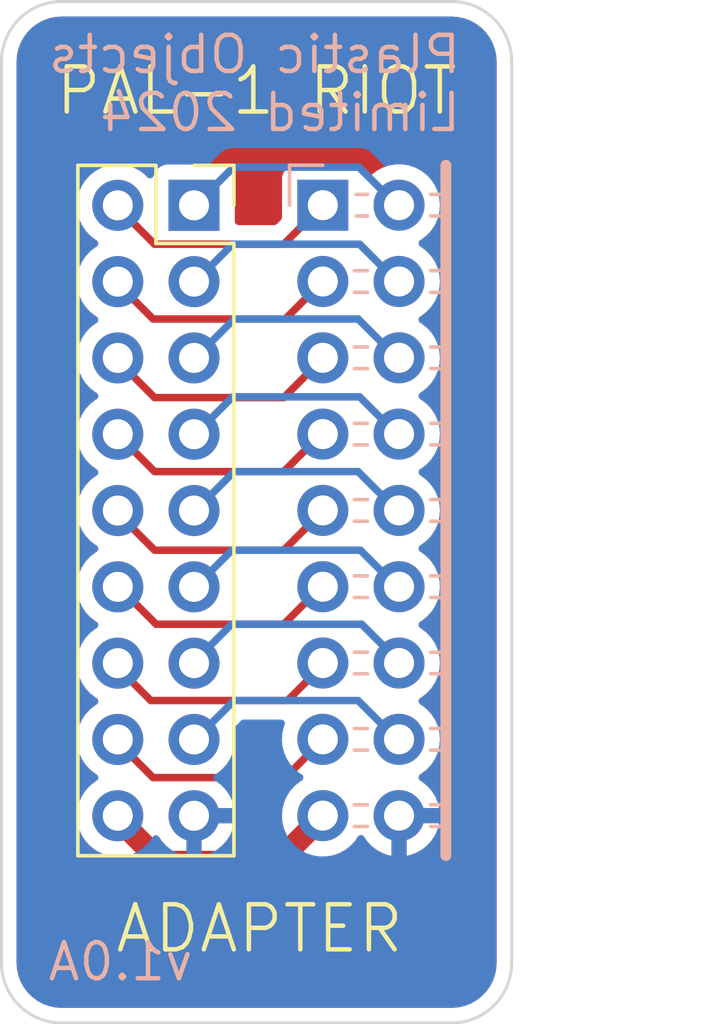
<source format=kicad_pcb>
(kicad_pcb (version 20221018) (generator pcbnew)
  (layers (0 "F.Cu" signal) (31 "B.Cu" signal) (34 "B.Paste" user) (35 "F.Paste" user) (36 "B.SilkS" user "B.Silkscreen") (37 "F.SilkS" user "F.Silkscreen") (38 "B.Mask" user) (39 "F.Mask" user) (44 "Edge.Cuts" user))
  (net 0 "")
  (net 1 "/GND")
  (net 2 "/VCC")
  (net 3 "/PA0")
  (net 4 "/PB0")
  (net 5 "/PA1")
  (net 6 "/PB1")
  (net 7 "/PA2")
  (net 8 "/PB2")
  (net 9 "/PA3")
  (net 10 "/PB3")
  (net 11 "/PA4")
  (net 12 "/PB4")
  (net 13 "/PA5")
  (net 14 "/PB5")
  (net 15 "/PA6")
  (net 16 "/PB6")
  (net 17 "/PA7")
  (net 18 "/PB7")
  (footprint "Connector_PinSocket_2.54mm:PinSocket_2x09_P2.54mm_Vertical" (layer "F.Cu") (at 118.4148 76.7842)
    (fp_text reference "J2" hide)
    (fp_text value "Conn_Adapter_B" hide)
    (fp_line (start -3.87 -1.33) (end -3.87 21.65) (stroke (width 0.12)) (layer "F.SilkS"))
    (fp_line (start -3.87 -1.33) (end -1.27 -1.33) (stroke (width 0.12)) (layer "F.SilkS"))
    (fp_line (start -3.87 21.65) (end 1.33 21.65) (stroke (width 0.12)) (layer "F.SilkS"))
    (fp_line (start -1.27 -1.33) (end -1.27 1.27) (stroke (width 0.12)) (layer "F.SilkS"))
    (fp_line (start -1.27 1.27) (end 1.33 1.27) (stroke (width 0.12)) (layer "F.SilkS"))
    (fp_line (start 0 -1.33) (end 1.33 -1.33) (stroke (width 0.12)) (layer "F.SilkS"))
    (fp_line (start 1.33 -1.33) (end 1.33 0) (stroke (width 0.12)) (layer "F.SilkS"))
    (fp_line (start 1.33 1.27) (end 1.33 21.65) (stroke (width 0.12)) (layer "F.SilkS"))
    (pad "1" thru_hole rect (at 0 0) (size 1.7 1.7) (drill 1) (layers "*.Cu" "*.Mask") (net 17 "/PA7"))
    (pad "2" thru_hole oval (at -2.54 0) (size 1.7 1.7) (drill 1) (layers "*.Cu" "*.Mask") (net 18 "/PB7"))
    (pad "3" thru_hole oval (at 0 2.54) (size 1.7 1.7) (drill 1) (layers "*.Cu" "*.Mask") (net 15 "/PA6"))
    (pad "4" thru_hole oval (at -2.54 2.54) (size 1.7 1.7) (drill 1) (layers "*.Cu" "*.Mask") (net 16 "/PB6"))
    (pad "5" thru_hole oval (at 0 5.08) (size 1.7 1.7) (drill 1) (layers "*.Cu" "*.Mask") (net 13 "/PA5"))
    (pad "6" thru_hole oval (at -2.54 5.08) (size 1.7 1.7) (drill 1) (layers "*.Cu" "*.Mask") (net 14 "/PB5"))
    (pad "7" thru_hole oval (at 0 7.62) (size 1.7 1.7) (drill 1) (layers "*.Cu" "*.Mask") (net 11 "/PA4"))
    (pad "8" thru_hole oval (at -2.54 7.62) (size 1.7 1.7) (drill 1) (layers "*.Cu" "*.Mask") (net 12 "/PB4"))
    (pad "9" thru_hole oval (at 0 10.16) (size 1.7 1.7) (drill 1) (layers "*.Cu" "*.Mask") (net 9 "/PA3"))
    (pad "10" thru_hole oval (at -2.54 10.16) (size 1.7 1.7) (drill 1) (layers "*.Cu" "*.Mask") (net 10 "/PB3"))
    (pad "11" thru_hole oval (at 0 12.7) (size 1.7 1.7) (drill 1) (layers "*.Cu" "*.Mask") (net 7 "/PA2"))
    (pad "12" thru_hole oval (at -2.54 12.7) (size 1.7 1.7) (drill 1) (layers "*.Cu" "*.Mask") (net 8 "/PB2"))
    (pad "13" thru_hole oval (at 0 15.24) (size 1.7 1.7) (drill 1) (layers "*.Cu" "*.Mask") (net 5 "/PA1"))
    (pad "14" thru_hole oval (at -2.54 15.24) (size 1.7 1.7) (drill 1) (layers "*.Cu" "*.Mask") (net 6 "/PB1"))
    (pad "15" thru_hole oval (at 0 17.78) (size 1.7 1.7) (drill 1) (layers "*.Cu" "*.Mask") (net 3 "/PA0"))
    (pad "16" thru_hole oval (at -2.54 17.78) (size 1.7 1.7) (drill 1) (layers "*.Cu" "*.Mask") (net 4 "/PB0"))
    (pad "17" thru_hole oval (at 0 20.32) (size 1.7 1.7) (drill 1) (layers "*.Cu" "*.Mask") (net 1 "/GND"))
    (pad "18" thru_hole oval (at -2.54 20.32) (size 1.7 1.7) (drill 1) (layers "*.Cu" "*.Mask") (net 2 "/VCC"))
  )
  (footprint "Connector_PinSocket_2.54mm:PinSocket_2x09_P2.54mm_Horizontal" (layer "B.Cu") (at 122.7074 76.78 180)
    (fp_text reference "J1" hide)
    (fp_text value "Conn_Adapter_A")
    (fp_line (start -4.1 1.33) (end -4.1 -21.65) (stroke (width 0.36)) (layer "B.SilkS"))
    (fp_line (start -4 -20.68) (end -3.59 -20.68) (stroke (width 0.12)) (layer "B.SilkS"))
    (fp_line (start -4 -19.96) (end -3.59 -19.96) (stroke (width 0.12)) (layer "B.SilkS"))
    (fp_line (start -4 -18.14) (end -3.59 -18.14) (stroke (width 0.12)) (layer "B.SilkS"))
    (fp_line (start -4 -17.42) (end -3.59 -17.42) (stroke (width 0.12)) (layer "B.SilkS"))
    (fp_line (start -4 -15.6) (end -3.59 -15.6) (stroke (width 0.12)) (layer "B.SilkS"))
    (fp_line (start -4 -14.88) (end -3.59 -14.88) (stroke (width 0.12)) (layer "B.SilkS"))
    (fp_line (start -4 -13.06) (end -3.59 -13.06) (stroke (width 0.12)) (layer "B.SilkS"))
    (fp_line (start -4 -12.34) (end -3.59 -12.34) (stroke (width 0.12)) (layer "B.SilkS"))
    (fp_line (start -4 -10.52) (end -3.59 -10.52) (stroke (width 0.12)) (layer "B.SilkS"))
    (fp_line (start -4 -9.8) (end -3.59 -9.8) (stroke (width 0.12)) (layer "B.SilkS"))
    (fp_line (start -4 -7.98) (end -3.59 -7.98) (stroke (width 0.12)) (layer "B.SilkS"))
    (fp_line (start -4 -7.26) (end -3.59 -7.26) (stroke (width 0.12)) (layer "B.SilkS"))
    (fp_line (start -4 -5.44) (end -3.59 -5.44) (stroke (width 0.12)) (layer "B.SilkS"))
    (fp_line (start -4 -4.72) (end -3.59 -4.72) (stroke (width 0.12)) (layer "B.SilkS"))
    (fp_line (start -4 -2.9) (end -3.59 -2.9) (stroke (width 0.12)) (layer "B.SilkS"))
    (fp_line (start -4 -2.18) (end -3.59 -2.18) (stroke (width 0.12)) (layer "B.SilkS"))
    (fp_line (start -4 -0.36) (end -3.59 -0.36) (stroke (width 0.12)) (layer "B.SilkS"))
    (fp_line (start -4 0.36) (end -3.59 0.36) (stroke (width 0.12)) (layer "B.SilkS"))
    (fp_line (start -1.49 -20.68) (end -1.05 -20.68) (stroke (width 0.12)) (layer "B.SilkS"))
    (fp_line (start -1.49 -19.96) (end -1.05 -19.96) (stroke (width 0.12)) (layer "B.SilkS"))
    (fp_line (start -1.49 -18.14) (end -1.05 -18.14) (stroke (width 0.12)) (layer "B.SilkS"))
    (fp_line (start -1.49 -17.42) (end -1.05 -17.42) (stroke (width 0.12)) (layer "B.SilkS"))
    (fp_line (start -1.49 -15.6) (end -1.05 -15.6) (stroke (width 0.12)) (layer "B.SilkS"))
    (fp_line (start -1.49 -14.88) (end -1.05 -14.88) (stroke (width 0.12)) (layer "B.SilkS"))
    (fp_line (start -1.49 -13.06) (end -1.05 -13.06) (stroke (width 0.12)) (layer "B.SilkS"))
    (fp_line (start -1.49 -12.34) (end -1.05 -12.34) (stroke (width 0.12)) (layer "B.SilkS"))
    (fp_line (start -1.49 -10.52) (end -1.05 -10.52) (stroke (width 0.12)) (layer "B.SilkS"))
    (fp_line (start -1.49 -9.8) (end -1.05 -9.8) (stroke (width 0.12)) (layer "B.SilkS"))
    (fp_line (start -1.49 -7.98) (end -1.05 -7.98) (stroke (width 0.12)) (layer "B.SilkS"))
    (fp_line (start -1.49 -7.26) (end -1.05 -7.26) (stroke (width 0.12)) (layer "B.SilkS"))
    (fp_line (start -1.49 -5.44) (end -1.05 -5.44) (stroke (width 0.12)) (layer "B.SilkS"))
    (fp_line (start -1.49 -4.72) (end -1.05 -4.72) (stroke (width 0.12)) (layer "B.SilkS"))
    (fp_line (start -1.49 -2.9) (end -1.05 -2.9) (stroke (width 0.12)) (layer "B.SilkS"))
    (fp_line (start -1.49 -2.18) (end -1.05 -2.18) (stroke (width 0.12)) (layer "B.SilkS"))
    (fp_line (start -1.49 -0.36) (end -1.11 -0.36) (stroke (width 0.12)) (layer "B.SilkS"))
    (fp_line (start -1.49 0.36) (end -1.11 0.36) (stroke (width 0.12)) (layer "B.SilkS"))
    (fp_line (start 0 1.33) (end 1.11 1.33) (stroke (width 0.12)) (layer "B.SilkS"))
    (fp_line (start 1.11 1.33) (end 1.11 0) (stroke (width 0.12)) (layer "B.SilkS"))
    (pad "1" thru_hole rect (at 0 0 180) (size 1.7 1.7) (drill 1) (layers "*.Cu" "*.Mask") (net 18 "/PB7"))
    (pad "2" thru_hole oval (at -2.54 0 180) (size 1.7 1.7) (drill 1) (layers "*.Cu" "*.Mask") (net 17 "/PA7"))
    (pad "3" thru_hole oval (at 0 -2.54 180) (size 1.7 1.7) (drill 1) (layers "*.Cu" "*.Mask") (net 16 "/PB6"))
    (pad "4" thru_hole oval (at -2.54 -2.54 180) (size 1.7 1.7) (drill 1) (layers "*.Cu" "*.Mask") (net 15 "/PA6"))
    (pad "5" thru_hole oval (at 0 -5.08 180) (size 1.7 1.7) (drill 1) (layers "*.Cu" "*.Mask") (net 14 "/PB5"))
    (pad "6" thru_hole oval (at -2.54 -5.08 180) (size 1.7 1.7) (drill 1) (layers "*.Cu" "*.Mask") (net 13 "/PA5"))
    (pad "7" thru_hole oval (at 0 -7.62 180) (size 1.7 1.7) (drill 1) (layers "*.Cu" "*.Mask") (net 12 "/PB4"))
    (pad "8" thru_hole oval (at -2.54 -7.62 180) (size 1.7 1.7) (drill 1) (layers "*.Cu" "*.Mask") (net 11 "/PA4"))
    (pad "9" thru_hole oval (at 0 -10.16 180) (size 1.7 1.7) (drill 1) (layers "*.Cu" "*.Mask") (net 10 "/PB3"))
    (pad "10" thru_hole oval (at -2.54 -10.16 180) (size 1.7 1.7) (drill 1) (layers "*.Cu" "*.Mask") (net 9 "/PA3"))
    (pad "11" thru_hole oval (at 0 -12.7 180) (size 1.7 1.7) (drill 1) (layers "*.Cu" "*.Mask") (net 8 "/PB2"))
    (pad "12" thru_hole oval (at -2.54 -12.7 180) (size 1.7 1.7) (drill 1) (layers "*.Cu" "*.Mask") (net 7 "/PA2"))
    (pad "13" thru_hole oval (at 0 -15.24 180) (size 1.7 1.7) (drill 1) (layers "*.Cu" "*.Mask") (net 6 "/PB1"))
    (pad "14" thru_hole oval (at -2.54 -15.24 180) (size 1.7 1.7) (drill 1) (layers "*.Cu" "*.Mask") (net 5 "/PA1"))
    (pad "15" thru_hole oval (at 0 -17.78 180) (size 1.7 1.7) (drill 1) (layers "*.Cu" "*.Mask") (net 4 "/PB0"))
    (pad "16" thru_hole oval (at -2.54 -17.78 180) (size 1.7 1.7) (drill 1) (layers "*.Cu" "*.Mask") (net 3 "/PA0"))
    (pad "17" thru_hole oval (at 0 -20.32 180) (size 1.7 1.7) (drill 1) (layers "*.Cu" "*.Mask") (net 2 "/VCC"))
    (pad "18" thru_hole oval (at -2.54 -20.32 180) (size 1.7 1.7) (drill 1) (layers "*.Cu" "*.Mask") (net 1 "/GND"))
  )
  (gr_arc locked (start 129 102) (mid 128.414214 103.414214) (end 127 104) (stroke (width 0.1)) (layer "Edge.Cuts"))
  (gr_arc locked (start 127 70) (mid 128.414214 70.585786) (end 129 72) (stroke (width 0.1)) (layer "Edge.Cuts"))
  (gr_arc locked (start 112 72) (mid 112.585786 70.585786) (end 114 70) (stroke (width 0.1)) (layer "Edge.Cuts"))
  (gr_arc locked (start 114 104) (mid 112.585786 103.414214) (end 112 102) (stroke (width 0.1)) (layer "Edge.Cuts"))
  (gr_line locked (start 114 104) (end 127 104) (stroke (width 0.1)) (layer "Edge.Cuts"))
  (gr_line locked (start 129 72) (end 129 102) (stroke (width 0.1)) (layer "Edge.Cuts"))
  (gr_line locked (start 112 72) (end 112 102) (stroke (width 0.1)) (layer "Edge.Cuts"))
  (gr_line locked (start 114 70) (end 127 70) (stroke (width 0.1)) (layer "Edge.Cuts"))
  (gr_text "Plastic Objects\nLimited 2024" (at 127.381 74.3966) (layer "B.SilkS") (effects (font (size 1.2 1.2)) (justify left bottom mirror)))
  (gr_text "v1.0A" (at 118.466715 102.6668) (layer "B.SilkS") (effects (font (size 1.2 1.2)) (justify left bottom mirror)))
  (gr_text "ADAPTER" (at 120.5992 100.8634) (layer "F.SilkS") (effects (font (size 1.5 1.5))))
  (gr_text "PAL-1 RIOT" (at 120.4976 72.9742) (layer "F.SilkS") (effects (font (size 1.5 1.5))))
  (segment (start 121.183414 98.6459) (end 122.682014 97.1473) (width 0.75) (layer "F.Cu") (net 2))
  (segment (start 117.322614 98.6459) (end 121.183414 98.6459) (width 0.75) (layer "F.Cu") (net 2))
  (segment (start 115.849414 97.1727) (end 117.322614 98.6459) (width 0.75) (layer "F.Cu") (net 2))
  (segment (start 123.883514 93.2688) (end 125.222014 94.6073) (width 0.25) (layer "B.Cu") (net 3))
  (segment (start 119.753314 93.2688) (end 123.883514 93.2688) (width 0.25) (layer "B.Cu") (net 3))
  (segment (start 118.389414 94.6327) (end 119.753314 93.2688) (width 0.25) (layer "B.Cu") (net 3))
  (segment (start 117.050914 95.8342) (end 121.455114 95.8342) (width 0.25) (layer "F.Cu") (net 4))
  (segment (start 121.455114 95.8342) (end 122.682014 94.6073) (width 0.25) (layer "F.Cu") (net 4))
  (segment (start 115.849414 94.6327) (end 117.050914 95.8342) (width 0.25) (layer "F.Cu") (net 4))
  (segment (start 119.6694 90.7288) (end 124.0028 90.7288) (width 0.25) (layer "B.Cu") (net 5))
  (segment (start 124.0028 90.7288) (end 125.2397 91.9657) (width 0.25) (layer "B.Cu") (net 5))
  (segment (start 118.4071 91.9911) (end 119.6694 90.7288) (width 0.25) (layer "B.Cu") (net 5))
  (segment (start 115.8494 92.1435) (end 116.9747 93.2688) (width 0.25) (layer "F.Cu") (net 6))
  (segment (start 116.9747 93.2688) (end 121.5313 93.2688) (width 0.25) (layer "F.Cu") (net 6))
  (segment (start 121.5313 93.2688) (end 122.682 92.1181) (width 0.25) (layer "F.Cu") (net 6))
  (segment (start 118.389414 89.5527) (end 119.677114 88.265) (width 0.25) (layer "B.Cu") (net 7))
  (segment (start 119.677114 88.265) (end 123.959714 88.265) (width 0.25) (layer "B.Cu") (net 7))
  (segment (start 123.959714 88.265) (end 125.222014 89.5273) (width 0.25) (layer "B.Cu") (net 7))
  (segment (start 117.1525 90.7288) (end 121.4043 90.7288) (width 0.25) (layer "F.Cu") (net 8))
  (segment (start 121.4043 90.7288) (end 122.7074 89.4257) (width 0.25) (layer "F.Cu") (net 8))
  (segment (start 115.8748 89.4511) (end 117.1525 90.7288) (width 0.25) (layer "F.Cu") (net 8))
  (segment (start 119.753314 85.6488) (end 123.883514 85.6488) (width 0.25) (layer "B.Cu") (net 9))
  (segment (start 123.883514 85.6488) (end 125.222014 86.9873) (width 0.25) (layer "B.Cu") (net 9))
  (segment (start 118.389414 87.0127) (end 119.753314 85.6488) (width 0.25) (layer "B.Cu") (net 9))
  (segment (start 121.404314 88.265) (end 122.682014 86.9873) (width 0.25) (layer "F.Cu") (net 10))
  (segment (start 115.849414 87.0127) (end 117.101714 88.265) (width 0.25) (layer "F.Cu") (net 10))
  (segment (start 117.101714 88.265) (end 121.404314 88.265) (width 0.25) (layer "F.Cu") (net 10))
  (segment (start 123.934314 83.1596) (end 125.222014 84.4473) (width 0.25) (layer "B.Cu") (net 11))
  (segment (start 118.389414 84.4727) (end 119.702514 83.1596) (width 0.25) (layer "B.Cu") (net 11))
  (segment (start 119.702514 83.1596) (end 123.934314 83.1596) (width 0.25) (layer "B.Cu") (net 11))
  (segment (start 121.404314 85.6488) (end 122.682014 84.3711) (width 0.25) (layer "F.Cu") (net 12))
  (segment (start 117.101714 85.6488) (end 121.404314 85.6488) (width 0.25) (layer "F.Cu") (net 12))
  (segment (start 115.849414 84.3965) (end 117.101714 85.6488) (width 0.25) (layer "F.Cu") (net 12))
  (segment (start 123.883514 80.5688) (end 125.222014 81.9073) (width 0.25) (layer "B.Cu") (net 13))
  (segment (start 118.389414 81.9327) (end 119.753314 80.5688) (width 0.25) (layer "B.Cu") (net 13))
  (segment (start 119.753314 80.5688) (end 123.883514 80.5688) (width 0.25) (layer "B.Cu") (net 13))
  (segment (start 121.404314 83.185) (end 122.682014 81.9073) (width 0.25) (layer "F.Cu") (net 14))
  (segment (start 115.849414 81.9327) (end 117.101714 83.185) (width 0.25) (layer "F.Cu") (net 14))
  (segment (start 117.101714 83.185) (end 121.404314 83.185) (width 0.25) (layer "F.Cu") (net 14))
  (segment (start 123.934314 78.0796) (end 125.222014 79.3673) (width 0.25) (layer "B.Cu") (net 15))
  (segment (start 118.389414 79.3927) (end 119.702514 78.0796) (width 0.25) (layer "B.Cu") (net 15))
  (segment (start 119.702514 78.0796) (end 123.934314 78.0796) (width 0.25) (layer "B.Cu") (net 15))
  (segment (start 121.4551 80.5688) (end 122.682 79.3419) (width 0.25) (layer "F.Cu") (net 16))
  (segment (start 117.0509 80.5688) (end 121.4551 80.5688) (width 0.25) (layer "F.Cu") (net 16))
  (segment (start 115.8494 79.3673) (end 117.0509 80.5688) (width 0.25) (layer "F.Cu") (net 16))
  (segment (start 119.727914 75.5142) (end 123.908914 75.5142) (width 0.25) (layer "B.Cu") (net 17))
  (segment (start 118.389414 76.8527) (end 119.727914 75.5142) (width 0.25) (layer "B.Cu") (net 17))
  (segment (start 123.908914 75.5142) (end 125.222014 76.8273) (width 0.25) (layer "B.Cu") (net 17))
  (segment (start 115.8494 76.8273) (end 117.1017 78.0796) (width 0.25) (layer "F.Cu") (net 18))
  (segment (start 117.1017 78.0796) (end 121.4043 78.0796) (width 0.25) (layer "F.Cu") (net 18))
  (segment (start 121.4043 78.0796) (end 122.682 76.8019) (width 0.25) (layer "F.Cu") (net 18))
  (zone (net 1) (net_name "/GND") (layers "F&B.Cu") (connect_pads (clearance 0.508)) (min_thickness 0.254) (fill yes (thermal_gap 0.508) (thermal_bridge_width 0.508))
    (polygon (pts (xy 128.9558 70.0786) (xy 128.9558 103.9622) (xy 112.0394 103.9622) (xy 112.0394 70.0532)))
  )
)
</source>
